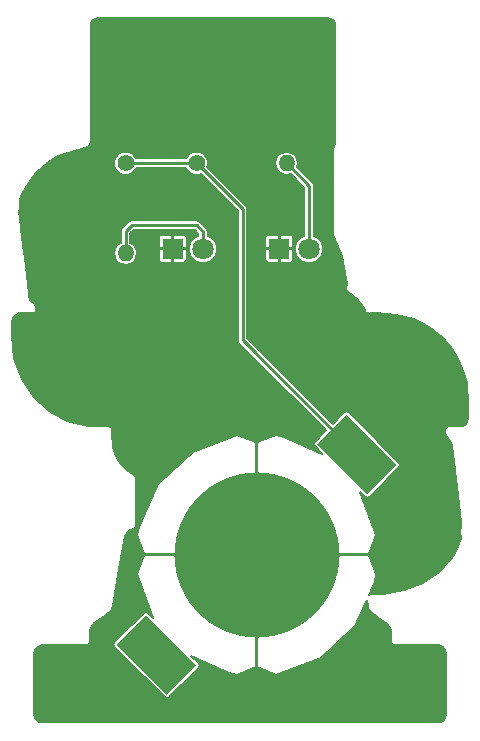
<source format=gbl>
G04 #@! TF.FileFunction,Copper,L2,Bot,Signal*
%FSLAX46Y46*%
G04 Gerber Fmt 4.6, Leading zero omitted, Abs format (unit mm)*
G04 Created by KiCad (PCBNEW 4.0.7) date 09/06/18 00:21:24*
%MOMM*%
%LPD*%
G01*
G04 APERTURE LIST*
%ADD10C,0.100000*%
%ADD11C,14.000000*%
%ADD12R,1.800000X1.800000*%
%ADD13C,1.800000*%
%ADD14C,1.400000*%
%ADD15O,1.400000X1.400000*%
%ADD16C,0.250000*%
%ADD17C,0.152400*%
G04 APERTURE END LIST*
D10*
G36*
X161998602Y-102244038D02*
X157755962Y-98001398D01*
X160230836Y-95526524D01*
X164473476Y-99769164D01*
X161998602Y-102244038D01*
X161998602Y-102244038D01*
G37*
D11*
X169600000Y-90400000D03*
D10*
G36*
X178969164Y-85273476D02*
X174726524Y-81030836D01*
X177201398Y-78555962D01*
X181444038Y-82798602D01*
X178969164Y-85273476D01*
X178969164Y-85273476D01*
G37*
D12*
X162500000Y-64500000D03*
D13*
X165040000Y-64500000D03*
D12*
X171500000Y-64500000D03*
D13*
X174040000Y-64500000D03*
D14*
X158500000Y-57250000D03*
D15*
X158500000Y-64870000D03*
D14*
X164500000Y-57250000D03*
D15*
X172120000Y-57250000D03*
D16*
X178085281Y-81914719D02*
X168400000Y-72229438D01*
X168400000Y-61150000D02*
X164500000Y-57250000D01*
X168400000Y-72229438D02*
X168400000Y-61150000D01*
X158500000Y-57250000D02*
X164500000Y-57250000D01*
X174250000Y-94750000D02*
X169000000Y-94750000D01*
X165040000Y-64500000D02*
X165040000Y-63040000D01*
X158500000Y-63000000D02*
X158500000Y-64870000D01*
X159000000Y-62500000D02*
X158500000Y-63000000D01*
X164500000Y-62500000D02*
X159000000Y-62500000D01*
X165040000Y-63040000D02*
X164500000Y-62500000D01*
X174040000Y-64500000D02*
X174040000Y-59170000D01*
X174040000Y-59170000D02*
X172120000Y-57250000D01*
D17*
G36*
X175559098Y-44958920D02*
X175849955Y-45017658D01*
X176058796Y-45158469D01*
X176199608Y-45367312D01*
X176258349Y-45658155D01*
X176258349Y-55501756D01*
X176042908Y-56088226D01*
X176033961Y-56145220D01*
X176022705Y-56201810D01*
X176022705Y-63172145D01*
X176023060Y-63173928D01*
X176022724Y-63175717D01*
X176035586Y-63236903D01*
X176047779Y-63298201D01*
X176048790Y-63299714D01*
X176049164Y-63301494D01*
X176808405Y-65079672D01*
X177180279Y-67012416D01*
X177217207Y-67481418D01*
X177180549Y-67815589D01*
X177184059Y-67855787D01*
X177181612Y-67896063D01*
X177189597Y-67919223D01*
X177191728Y-67943628D01*
X177210353Y-67979422D01*
X177223506Y-68017569D01*
X177239747Y-68035911D01*
X177251055Y-68057642D01*
X177281960Y-68083584D01*
X177308710Y-68113794D01*
X178093746Y-68710237D01*
X178652632Y-69481031D01*
X178764316Y-69767676D01*
X178771312Y-69778642D01*
X178774571Y-69791237D01*
X178805663Y-69832486D01*
X178833443Y-69876029D01*
X178844104Y-69883484D01*
X178851934Y-69893871D01*
X178896440Y-69920079D01*
X178938773Y-69949680D01*
X178951475Y-69952487D01*
X178962684Y-69959088D01*
X179013830Y-69966269D01*
X179064269Y-69977417D01*
X179077080Y-69975149D01*
X179089961Y-69976958D01*
X179149536Y-69973567D01*
X179706852Y-69973567D01*
X181422392Y-70095775D01*
X182894260Y-70463969D01*
X184169785Y-71092390D01*
X185293457Y-72005398D01*
X186018663Y-72850520D01*
X186616926Y-73796343D01*
X187076569Y-74822518D01*
X187385723Y-75900135D01*
X187493056Y-77668945D01*
X187494689Y-78822495D01*
X187437446Y-79110703D01*
X187299333Y-79318687D01*
X187093823Y-79460420D01*
X186806657Y-79522690D01*
X185851581Y-79538205D01*
X185843559Y-79538205D01*
X185717503Y-79563279D01*
X185610638Y-79634684D01*
X185539233Y-79741549D01*
X185514159Y-79867605D01*
X185514159Y-80023098D01*
X185521763Y-80061325D01*
X185523326Y-80100268D01*
X185534183Y-80123766D01*
X185539233Y-80149154D01*
X185560886Y-80181560D01*
X185577234Y-80216942D01*
X185747344Y-80450659D01*
X186063739Y-80967912D01*
X186097513Y-81153783D01*
X186515608Y-84687805D01*
X186780387Y-86968454D01*
X186866963Y-87723792D01*
X186891431Y-87941763D01*
X186898013Y-88004692D01*
X186899724Y-88023810D01*
X186901850Y-88068437D01*
X186825281Y-88403288D01*
X186823869Y-88452908D01*
X186817980Y-88502199D01*
X186861309Y-89060572D01*
X186847133Y-89119484D01*
X186531437Y-89906706D01*
X186107136Y-90671763D01*
X185042095Y-91879477D01*
X183678635Y-92799011D01*
X182082502Y-93411082D01*
X180311489Y-93691118D01*
X179842860Y-93726586D01*
X179672924Y-93737673D01*
X179658511Y-93741530D01*
X179640105Y-93740679D01*
X179503294Y-93761375D01*
X179223166Y-93758692D01*
X179192944Y-93764403D01*
X179162196Y-93763791D01*
X179134806Y-93774502D01*
X179601480Y-92748900D01*
X179739048Y-92057301D01*
X179104418Y-90450800D01*
X169650800Y-90450800D01*
X169650800Y-99904418D01*
X171257301Y-100539048D01*
X175011192Y-99133037D01*
X177941278Y-96397501D01*
X178915457Y-94256563D01*
X178998144Y-94720358D01*
X178999018Y-94722593D01*
X178999003Y-94723360D01*
X179037095Y-94936757D01*
X179043779Y-94981386D01*
X179064990Y-95040406D01*
X179085641Y-95099635D01*
X179086706Y-95100830D01*
X179087248Y-95102337D01*
X179129457Y-95148775D01*
X179171177Y-95195565D01*
X179906213Y-95750027D01*
X179906388Y-95750111D01*
X179906517Y-95750256D01*
X180635216Y-96298617D01*
X180853257Y-96560529D01*
X180931452Y-96892217D01*
X180931452Y-97738353D01*
X180956526Y-97864409D01*
X181027931Y-97971274D01*
X181134796Y-98042679D01*
X181260852Y-98067753D01*
X184923892Y-98067753D01*
X185214737Y-98126489D01*
X185423577Y-98267301D01*
X185564391Y-98476149D01*
X185623131Y-98767002D01*
X185623131Y-103897993D01*
X185564392Y-104188826D01*
X185423579Y-104397665D01*
X185214731Y-104538480D01*
X184923889Y-104597227D01*
X151478024Y-104597227D01*
X151187181Y-104538480D01*
X150978333Y-104397664D01*
X150837522Y-104188827D01*
X150778784Y-103897994D01*
X150778784Y-98767002D01*
X150837524Y-98476149D01*
X150978337Y-98267300D01*
X151187176Y-98126489D01*
X151478021Y-98067753D01*
X155141450Y-98067753D01*
X155267506Y-98042679D01*
X155335176Y-97997463D01*
X157471116Y-97997463D01*
X157492027Y-98108594D01*
X157554526Y-98202834D01*
X161797166Y-102445474D01*
X161884156Y-102504911D01*
X161994667Y-102528884D01*
X162105798Y-102507973D01*
X162200038Y-102445474D01*
X164674912Y-99970600D01*
X164734349Y-99883610D01*
X164758322Y-99773099D01*
X164737411Y-99661968D01*
X164674912Y-99567728D01*
X164053827Y-98946643D01*
X167251100Y-100401480D01*
X167942699Y-100539048D01*
X169549200Y-99904418D01*
X169549200Y-90522645D01*
X169585859Y-90485986D01*
X169514014Y-90414141D01*
X169477355Y-90450800D01*
X160095582Y-90450800D01*
X159460952Y-92057301D01*
X160836175Y-95728991D01*
X160432272Y-95325088D01*
X160345282Y-95265651D01*
X160234771Y-95241678D01*
X160123640Y-95262589D01*
X160029400Y-95325088D01*
X157554526Y-97799962D01*
X157495089Y-97886952D01*
X157471116Y-97997463D01*
X155335176Y-97997463D01*
X155374371Y-97971274D01*
X155445776Y-97864409D01*
X155470850Y-97738353D01*
X155470850Y-96892218D01*
X155549044Y-96560527D01*
X155767083Y-96298617D01*
X156495781Y-95750256D01*
X156495929Y-95750090D01*
X156496132Y-95749992D01*
X157231938Y-95194746D01*
X157232752Y-95193833D01*
X157233851Y-95193292D01*
X157275498Y-95145876D01*
X157317457Y-95098802D01*
X157317860Y-95097646D01*
X157318667Y-95096727D01*
X157338979Y-95037039D01*
X157359749Y-94977434D01*
X157359679Y-94976212D01*
X157360073Y-94975053D01*
X157365310Y-94935504D01*
X157402949Y-94722704D01*
X157954999Y-91630983D01*
X158458969Y-88816482D01*
X158499884Y-88742699D01*
X159460952Y-88742699D01*
X160095582Y-90349200D01*
X169549200Y-90349200D01*
X169549200Y-80895582D01*
X167942699Y-80260952D01*
X164188808Y-81666963D01*
X161258722Y-84402499D01*
X159598520Y-88051100D01*
X159460952Y-88742699D01*
X158499884Y-88742699D01*
X158689199Y-88401312D01*
X159175071Y-88190961D01*
X159225823Y-88155871D01*
X159277121Y-88121595D01*
X159278600Y-88119381D01*
X159280789Y-88117868D01*
X159314247Y-88066032D01*
X159348526Y-88014730D01*
X159349045Y-88012120D01*
X159350489Y-88009883D01*
X159361562Y-87949193D01*
X159373600Y-87888674D01*
X159373600Y-84072613D01*
X159382687Y-83951706D01*
X159377174Y-83906495D01*
X159376920Y-83860954D01*
X159369459Y-83843221D01*
X159367130Y-83824125D01*
X159344738Y-83784470D01*
X159327074Y-83742489D01*
X159313394Y-83728961D01*
X159303935Y-83712209D01*
X159268070Y-83684140D01*
X159235687Y-83652116D01*
X158573328Y-83214868D01*
X158053940Y-82672842D01*
X157668350Y-82025807D01*
X157436445Y-81288791D01*
X157400551Y-80902230D01*
X157381361Y-80324752D01*
X157376413Y-79846429D01*
X157363904Y-79786774D01*
X157352603Y-79726831D01*
X157350737Y-79723977D01*
X157350037Y-79720639D01*
X157315643Y-79670300D01*
X157282271Y-79619257D01*
X157279454Y-79617333D01*
X157277530Y-79614518D01*
X157226486Y-79581170D01*
X157176125Y-79546786D01*
X157172787Y-79546087D01*
X157169932Y-79544222D01*
X157110024Y-79532949D01*
X157050326Y-79520452D01*
X156563611Y-79515583D01*
X155315311Y-79459439D01*
X153575896Y-79070066D01*
X152036254Y-78260931D01*
X150731546Y-77069234D01*
X149714784Y-75534838D01*
X149088740Y-73816187D01*
X148907503Y-71772310D01*
X148907503Y-70672824D01*
X148965025Y-70384818D01*
X149103246Y-70177096D01*
X149308794Y-70035554D01*
X149595851Y-69973389D01*
X150581747Y-69957812D01*
X150620714Y-69957540D01*
X150682537Y-69944794D01*
X150744472Y-69932474D01*
X150745446Y-69931823D01*
X150746592Y-69931587D01*
X150798852Y-69896138D01*
X150851337Y-69861069D01*
X150851987Y-69860096D01*
X150852956Y-69859439D01*
X150887673Y-69806688D01*
X150922742Y-69754204D01*
X150922970Y-69753056D01*
X150923614Y-69752078D01*
X150935499Y-69690068D01*
X150947816Y-69628148D01*
X150947816Y-69478742D01*
X150944626Y-69462703D01*
X150946031Y-69448549D01*
X150938175Y-69422579D01*
X150935757Y-69390428D01*
X150926672Y-69372444D01*
X150922742Y-69352686D01*
X150912310Y-69337074D01*
X150908818Y-69325529D01*
X150854142Y-69223045D01*
X150844647Y-69211457D01*
X150839038Y-69197563D01*
X150804198Y-69162091D01*
X150772684Y-69123629D01*
X150759475Y-69116555D01*
X150748978Y-69105868D01*
X150546943Y-68968227D01*
X150416859Y-68799835D01*
X150316342Y-68396987D01*
X150312868Y-68389624D01*
X150297533Y-68252602D01*
X150297412Y-68252221D01*
X150297445Y-68251822D01*
X150210813Y-67494072D01*
X150210741Y-67493846D01*
X150210760Y-67493608D01*
X149944699Y-65195309D01*
X149944644Y-65195138D01*
X149944658Y-65194961D01*
X149904447Y-64850812D01*
X157520600Y-64850812D01*
X157520600Y-64889188D01*
X157595152Y-65263988D01*
X157807460Y-65581728D01*
X158125200Y-65794036D01*
X158500000Y-65868588D01*
X158874800Y-65794036D01*
X159192540Y-65581728D01*
X159404848Y-65263988D01*
X159479400Y-64889188D01*
X159479400Y-64850812D01*
X159433460Y-64619850D01*
X161323800Y-64619850D01*
X161323800Y-65454939D01*
X161365849Y-65556454D01*
X161443545Y-65634151D01*
X161545060Y-65676200D01*
X162380150Y-65676200D01*
X162449200Y-65607150D01*
X162449200Y-64550800D01*
X162550800Y-64550800D01*
X162550800Y-65607150D01*
X162619850Y-65676200D01*
X163454940Y-65676200D01*
X163556455Y-65634151D01*
X163634151Y-65556454D01*
X163676200Y-65454939D01*
X163676200Y-64619850D01*
X163607150Y-64550800D01*
X162550800Y-64550800D01*
X162449200Y-64550800D01*
X161392850Y-64550800D01*
X161323800Y-64619850D01*
X159433460Y-64619850D01*
X159404848Y-64476012D01*
X159192540Y-64158272D01*
X158904400Y-63965742D01*
X158904400Y-63545061D01*
X161323800Y-63545061D01*
X161323800Y-64380150D01*
X161392850Y-64449200D01*
X162449200Y-64449200D01*
X162449200Y-63392850D01*
X162550800Y-63392850D01*
X162550800Y-64449200D01*
X163607150Y-64449200D01*
X163676200Y-64380150D01*
X163676200Y-63545061D01*
X163634151Y-63443546D01*
X163556455Y-63365849D01*
X163454940Y-63323800D01*
X162619850Y-63323800D01*
X162550800Y-63392850D01*
X162449200Y-63392850D01*
X162380150Y-63323800D01*
X161545060Y-63323800D01*
X161443545Y-63365849D01*
X161365849Y-63443546D01*
X161323800Y-63545061D01*
X158904400Y-63545061D01*
X158904400Y-63167508D01*
X159167508Y-62904400D01*
X164332492Y-62904400D01*
X164635600Y-63207508D01*
X164635600Y-63390982D01*
X164372796Y-63499570D01*
X164040736Y-63831051D01*
X163860805Y-64264374D01*
X163860396Y-64733568D01*
X164039570Y-65167204D01*
X164371051Y-65499264D01*
X164804374Y-65679195D01*
X165273568Y-65679604D01*
X165707204Y-65500430D01*
X166039264Y-65168949D01*
X166219195Y-64735626D01*
X166219604Y-64266432D01*
X166040430Y-63832796D01*
X165708949Y-63500736D01*
X165444400Y-63390886D01*
X165444400Y-63040000D01*
X165413617Y-62885243D01*
X165413617Y-62885242D01*
X165325954Y-62754046D01*
X164785954Y-62214046D01*
X164654757Y-62126383D01*
X164500000Y-62095600D01*
X159000000Y-62095600D01*
X158845243Y-62126383D01*
X158714046Y-62214046D01*
X158214046Y-62714046D01*
X158126383Y-62845243D01*
X158095600Y-63000000D01*
X158095600Y-63965742D01*
X157807460Y-64158272D01*
X157595152Y-64476012D01*
X157520600Y-64850812D01*
X149904447Y-64850812D01*
X149671666Y-62858564D01*
X149671556Y-62858224D01*
X149671584Y-62857865D01*
X149534896Y-61709306D01*
X149533635Y-61705433D01*
X149533853Y-61701369D01*
X149503800Y-61492279D01*
X149558793Y-61027649D01*
X149557293Y-61008588D01*
X149561075Y-60989847D01*
X149562837Y-60356392D01*
X149677709Y-60049962D01*
X150196980Y-58996512D01*
X150897056Y-58079266D01*
X151605229Y-57443960D01*
X157520430Y-57443960D01*
X157669221Y-57804061D01*
X157944490Y-58079811D01*
X158304331Y-58229230D01*
X158693960Y-58229570D01*
X159054061Y-58080779D01*
X159329811Y-57805510D01*
X159392557Y-57654400D01*
X163607382Y-57654400D01*
X163669221Y-57804061D01*
X163944490Y-58079811D01*
X164304331Y-58229230D01*
X164693960Y-58229570D01*
X164845179Y-58167087D01*
X167995600Y-61317508D01*
X167995600Y-72229438D01*
X168026383Y-72384195D01*
X168114046Y-72515392D01*
X175476571Y-79877917D01*
X174525088Y-80829400D01*
X174465651Y-80916390D01*
X174441678Y-81026901D01*
X174462589Y-81138032D01*
X174525088Y-81232272D01*
X175146173Y-81853357D01*
X171948900Y-80398520D01*
X171257301Y-80260952D01*
X169650800Y-80895582D01*
X169650800Y-90277355D01*
X169614141Y-90314014D01*
X169685986Y-90385859D01*
X169722645Y-90349200D01*
X179104418Y-90349200D01*
X179739048Y-88742699D01*
X178363825Y-85071009D01*
X178767728Y-85474912D01*
X178854718Y-85534349D01*
X178965229Y-85558322D01*
X179076360Y-85537411D01*
X179170600Y-85474912D01*
X181645474Y-83000038D01*
X181704911Y-82913048D01*
X181728884Y-82802537D01*
X181707973Y-82691406D01*
X181645474Y-82597166D01*
X177402834Y-78354526D01*
X177315844Y-78295089D01*
X177205333Y-78271116D01*
X177094202Y-78292027D01*
X176999962Y-78354526D01*
X176048479Y-79306009D01*
X168804400Y-72061930D01*
X168804400Y-64619850D01*
X170323800Y-64619850D01*
X170323800Y-65454939D01*
X170365849Y-65556454D01*
X170443545Y-65634151D01*
X170545060Y-65676200D01*
X171380150Y-65676200D01*
X171449200Y-65607150D01*
X171449200Y-64550800D01*
X171550800Y-64550800D01*
X171550800Y-65607150D01*
X171619850Y-65676200D01*
X172454940Y-65676200D01*
X172556455Y-65634151D01*
X172634151Y-65556454D01*
X172676200Y-65454939D01*
X172676200Y-64619850D01*
X172607150Y-64550800D01*
X171550800Y-64550800D01*
X171449200Y-64550800D01*
X170392850Y-64550800D01*
X170323800Y-64619850D01*
X168804400Y-64619850D01*
X168804400Y-63545061D01*
X170323800Y-63545061D01*
X170323800Y-64380150D01*
X170392850Y-64449200D01*
X171449200Y-64449200D01*
X171449200Y-63392850D01*
X171550800Y-63392850D01*
X171550800Y-64449200D01*
X172607150Y-64449200D01*
X172676200Y-64380150D01*
X172676200Y-63545061D01*
X172634151Y-63443546D01*
X172556455Y-63365849D01*
X172454940Y-63323800D01*
X171619850Y-63323800D01*
X171550800Y-63392850D01*
X171449200Y-63392850D01*
X171380150Y-63323800D01*
X170545060Y-63323800D01*
X170443545Y-63365849D01*
X170365849Y-63443546D01*
X170323800Y-63545061D01*
X168804400Y-63545061D01*
X168804400Y-61150000D01*
X168773617Y-60995243D01*
X168685954Y-60864046D01*
X165417130Y-57595222D01*
X165479230Y-57445669D01*
X165479400Y-57250000D01*
X171121412Y-57250000D01*
X171195964Y-57624800D01*
X171408272Y-57942540D01*
X171726012Y-58154848D01*
X172100812Y-58229400D01*
X172139188Y-58229400D01*
X172463068Y-58164976D01*
X173635600Y-59337508D01*
X173635600Y-63390982D01*
X173372796Y-63499570D01*
X173040736Y-63831051D01*
X172860805Y-64264374D01*
X172860396Y-64733568D01*
X173039570Y-65167204D01*
X173371051Y-65499264D01*
X173804374Y-65679195D01*
X174273568Y-65679604D01*
X174707204Y-65500430D01*
X175039264Y-65168949D01*
X175219195Y-64735626D01*
X175219604Y-64266432D01*
X175040430Y-63832796D01*
X174708949Y-63500736D01*
X174444400Y-63390886D01*
X174444400Y-59170000D01*
X174413617Y-59015243D01*
X174325954Y-58884046D01*
X173047798Y-57605890D01*
X173118588Y-57250000D01*
X173044036Y-56875200D01*
X172831728Y-56557460D01*
X172513988Y-56345152D01*
X172139188Y-56270600D01*
X172100812Y-56270600D01*
X171726012Y-56345152D01*
X171408272Y-56557460D01*
X171195964Y-56875200D01*
X171121412Y-57250000D01*
X165479400Y-57250000D01*
X165479570Y-57056040D01*
X165330779Y-56695939D01*
X165055510Y-56420189D01*
X164695669Y-56270770D01*
X164306040Y-56270430D01*
X163945939Y-56419221D01*
X163670189Y-56694490D01*
X163607443Y-56845600D01*
X159392618Y-56845600D01*
X159330779Y-56695939D01*
X159055510Y-56420189D01*
X158695669Y-56270770D01*
X158306040Y-56270430D01*
X157945939Y-56419221D01*
X157670189Y-56694490D01*
X157520770Y-57054331D01*
X157520430Y-57443960D01*
X151605229Y-57443960D01*
X151768553Y-57297442D01*
X152784778Y-56672561D01*
X155301554Y-55864998D01*
X155313532Y-55858348D01*
X155326968Y-55855675D01*
X155369352Y-55827355D01*
X155413921Y-55802609D01*
X155422442Y-55791881D01*
X155433833Y-55784270D01*
X155462153Y-55741887D01*
X155493860Y-55701968D01*
X155497627Y-55688795D01*
X155505238Y-55677405D01*
X155515182Y-55627412D01*
X155529200Y-55578397D01*
X155527639Y-55564785D01*
X155530312Y-55551349D01*
X155530312Y-45658021D01*
X155589052Y-45367172D01*
X155729864Y-45158329D01*
X155938707Y-45017518D01*
X156229559Y-44958780D01*
X165894167Y-44958048D01*
X175559098Y-44958920D01*
X175559098Y-44958920D01*
G37*
X175559098Y-44958920D02*
X175849955Y-45017658D01*
X176058796Y-45158469D01*
X176199608Y-45367312D01*
X176258349Y-45658155D01*
X176258349Y-55501756D01*
X176042908Y-56088226D01*
X176033961Y-56145220D01*
X176022705Y-56201810D01*
X176022705Y-63172145D01*
X176023060Y-63173928D01*
X176022724Y-63175717D01*
X176035586Y-63236903D01*
X176047779Y-63298201D01*
X176048790Y-63299714D01*
X176049164Y-63301494D01*
X176808405Y-65079672D01*
X177180279Y-67012416D01*
X177217207Y-67481418D01*
X177180549Y-67815589D01*
X177184059Y-67855787D01*
X177181612Y-67896063D01*
X177189597Y-67919223D01*
X177191728Y-67943628D01*
X177210353Y-67979422D01*
X177223506Y-68017569D01*
X177239747Y-68035911D01*
X177251055Y-68057642D01*
X177281960Y-68083584D01*
X177308710Y-68113794D01*
X178093746Y-68710237D01*
X178652632Y-69481031D01*
X178764316Y-69767676D01*
X178771312Y-69778642D01*
X178774571Y-69791237D01*
X178805663Y-69832486D01*
X178833443Y-69876029D01*
X178844104Y-69883484D01*
X178851934Y-69893871D01*
X178896440Y-69920079D01*
X178938773Y-69949680D01*
X178951475Y-69952487D01*
X178962684Y-69959088D01*
X179013830Y-69966269D01*
X179064269Y-69977417D01*
X179077080Y-69975149D01*
X179089961Y-69976958D01*
X179149536Y-69973567D01*
X179706852Y-69973567D01*
X181422392Y-70095775D01*
X182894260Y-70463969D01*
X184169785Y-71092390D01*
X185293457Y-72005398D01*
X186018663Y-72850520D01*
X186616926Y-73796343D01*
X187076569Y-74822518D01*
X187385723Y-75900135D01*
X187493056Y-77668945D01*
X187494689Y-78822495D01*
X187437446Y-79110703D01*
X187299333Y-79318687D01*
X187093823Y-79460420D01*
X186806657Y-79522690D01*
X185851581Y-79538205D01*
X185843559Y-79538205D01*
X185717503Y-79563279D01*
X185610638Y-79634684D01*
X185539233Y-79741549D01*
X185514159Y-79867605D01*
X185514159Y-80023098D01*
X185521763Y-80061325D01*
X185523326Y-80100268D01*
X185534183Y-80123766D01*
X185539233Y-80149154D01*
X185560886Y-80181560D01*
X185577234Y-80216942D01*
X185747344Y-80450659D01*
X186063739Y-80967912D01*
X186097513Y-81153783D01*
X186515608Y-84687805D01*
X186780387Y-86968454D01*
X186866963Y-87723792D01*
X186891431Y-87941763D01*
X186898013Y-88004692D01*
X186899724Y-88023810D01*
X186901850Y-88068437D01*
X186825281Y-88403288D01*
X186823869Y-88452908D01*
X186817980Y-88502199D01*
X186861309Y-89060572D01*
X186847133Y-89119484D01*
X186531437Y-89906706D01*
X186107136Y-90671763D01*
X185042095Y-91879477D01*
X183678635Y-92799011D01*
X182082502Y-93411082D01*
X180311489Y-93691118D01*
X179842860Y-93726586D01*
X179672924Y-93737673D01*
X179658511Y-93741530D01*
X179640105Y-93740679D01*
X179503294Y-93761375D01*
X179223166Y-93758692D01*
X179192944Y-93764403D01*
X179162196Y-93763791D01*
X179134806Y-93774502D01*
X179601480Y-92748900D01*
X179739048Y-92057301D01*
X179104418Y-90450800D01*
X169650800Y-90450800D01*
X169650800Y-99904418D01*
X171257301Y-100539048D01*
X175011192Y-99133037D01*
X177941278Y-96397501D01*
X178915457Y-94256563D01*
X178998144Y-94720358D01*
X178999018Y-94722593D01*
X178999003Y-94723360D01*
X179037095Y-94936757D01*
X179043779Y-94981386D01*
X179064990Y-95040406D01*
X179085641Y-95099635D01*
X179086706Y-95100830D01*
X179087248Y-95102337D01*
X179129457Y-95148775D01*
X179171177Y-95195565D01*
X179906213Y-95750027D01*
X179906388Y-95750111D01*
X179906517Y-95750256D01*
X180635216Y-96298617D01*
X180853257Y-96560529D01*
X180931452Y-96892217D01*
X180931452Y-97738353D01*
X180956526Y-97864409D01*
X181027931Y-97971274D01*
X181134796Y-98042679D01*
X181260852Y-98067753D01*
X184923892Y-98067753D01*
X185214737Y-98126489D01*
X185423577Y-98267301D01*
X185564391Y-98476149D01*
X185623131Y-98767002D01*
X185623131Y-103897993D01*
X185564392Y-104188826D01*
X185423579Y-104397665D01*
X185214731Y-104538480D01*
X184923889Y-104597227D01*
X151478024Y-104597227D01*
X151187181Y-104538480D01*
X150978333Y-104397664D01*
X150837522Y-104188827D01*
X150778784Y-103897994D01*
X150778784Y-98767002D01*
X150837524Y-98476149D01*
X150978337Y-98267300D01*
X151187176Y-98126489D01*
X151478021Y-98067753D01*
X155141450Y-98067753D01*
X155267506Y-98042679D01*
X155335176Y-97997463D01*
X157471116Y-97997463D01*
X157492027Y-98108594D01*
X157554526Y-98202834D01*
X161797166Y-102445474D01*
X161884156Y-102504911D01*
X161994667Y-102528884D01*
X162105798Y-102507973D01*
X162200038Y-102445474D01*
X164674912Y-99970600D01*
X164734349Y-99883610D01*
X164758322Y-99773099D01*
X164737411Y-99661968D01*
X164674912Y-99567728D01*
X164053827Y-98946643D01*
X167251100Y-100401480D01*
X167942699Y-100539048D01*
X169549200Y-99904418D01*
X169549200Y-90522645D01*
X169585859Y-90485986D01*
X169514014Y-90414141D01*
X169477355Y-90450800D01*
X160095582Y-90450800D01*
X159460952Y-92057301D01*
X160836175Y-95728991D01*
X160432272Y-95325088D01*
X160345282Y-95265651D01*
X160234771Y-95241678D01*
X160123640Y-95262589D01*
X160029400Y-95325088D01*
X157554526Y-97799962D01*
X157495089Y-97886952D01*
X157471116Y-97997463D01*
X155335176Y-97997463D01*
X155374371Y-97971274D01*
X155445776Y-97864409D01*
X155470850Y-97738353D01*
X155470850Y-96892218D01*
X155549044Y-96560527D01*
X155767083Y-96298617D01*
X156495781Y-95750256D01*
X156495929Y-95750090D01*
X156496132Y-95749992D01*
X157231938Y-95194746D01*
X157232752Y-95193833D01*
X157233851Y-95193292D01*
X157275498Y-95145876D01*
X157317457Y-95098802D01*
X157317860Y-95097646D01*
X157318667Y-95096727D01*
X157338979Y-95037039D01*
X157359749Y-94977434D01*
X157359679Y-94976212D01*
X157360073Y-94975053D01*
X157365310Y-94935504D01*
X157402949Y-94722704D01*
X157954999Y-91630983D01*
X158458969Y-88816482D01*
X158499884Y-88742699D01*
X159460952Y-88742699D01*
X160095582Y-90349200D01*
X169549200Y-90349200D01*
X169549200Y-80895582D01*
X167942699Y-80260952D01*
X164188808Y-81666963D01*
X161258722Y-84402499D01*
X159598520Y-88051100D01*
X159460952Y-88742699D01*
X158499884Y-88742699D01*
X158689199Y-88401312D01*
X159175071Y-88190961D01*
X159225823Y-88155871D01*
X159277121Y-88121595D01*
X159278600Y-88119381D01*
X159280789Y-88117868D01*
X159314247Y-88066032D01*
X159348526Y-88014730D01*
X159349045Y-88012120D01*
X159350489Y-88009883D01*
X159361562Y-87949193D01*
X159373600Y-87888674D01*
X159373600Y-84072613D01*
X159382687Y-83951706D01*
X159377174Y-83906495D01*
X159376920Y-83860954D01*
X159369459Y-83843221D01*
X159367130Y-83824125D01*
X159344738Y-83784470D01*
X159327074Y-83742489D01*
X159313394Y-83728961D01*
X159303935Y-83712209D01*
X159268070Y-83684140D01*
X159235687Y-83652116D01*
X158573328Y-83214868D01*
X158053940Y-82672842D01*
X157668350Y-82025807D01*
X157436445Y-81288791D01*
X157400551Y-80902230D01*
X157381361Y-80324752D01*
X157376413Y-79846429D01*
X157363904Y-79786774D01*
X157352603Y-79726831D01*
X157350737Y-79723977D01*
X157350037Y-79720639D01*
X157315643Y-79670300D01*
X157282271Y-79619257D01*
X157279454Y-79617333D01*
X157277530Y-79614518D01*
X157226486Y-79581170D01*
X157176125Y-79546786D01*
X157172787Y-79546087D01*
X157169932Y-79544222D01*
X157110024Y-79532949D01*
X157050326Y-79520452D01*
X156563611Y-79515583D01*
X155315311Y-79459439D01*
X153575896Y-79070066D01*
X152036254Y-78260931D01*
X150731546Y-77069234D01*
X149714784Y-75534838D01*
X149088740Y-73816187D01*
X148907503Y-71772310D01*
X148907503Y-70672824D01*
X148965025Y-70384818D01*
X149103246Y-70177096D01*
X149308794Y-70035554D01*
X149595851Y-69973389D01*
X150581747Y-69957812D01*
X150620714Y-69957540D01*
X150682537Y-69944794D01*
X150744472Y-69932474D01*
X150745446Y-69931823D01*
X150746592Y-69931587D01*
X150798852Y-69896138D01*
X150851337Y-69861069D01*
X150851987Y-69860096D01*
X150852956Y-69859439D01*
X150887673Y-69806688D01*
X150922742Y-69754204D01*
X150922970Y-69753056D01*
X150923614Y-69752078D01*
X150935499Y-69690068D01*
X150947816Y-69628148D01*
X150947816Y-69478742D01*
X150944626Y-69462703D01*
X150946031Y-69448549D01*
X150938175Y-69422579D01*
X150935757Y-69390428D01*
X150926672Y-69372444D01*
X150922742Y-69352686D01*
X150912310Y-69337074D01*
X150908818Y-69325529D01*
X150854142Y-69223045D01*
X150844647Y-69211457D01*
X150839038Y-69197563D01*
X150804198Y-69162091D01*
X150772684Y-69123629D01*
X150759475Y-69116555D01*
X150748978Y-69105868D01*
X150546943Y-68968227D01*
X150416859Y-68799835D01*
X150316342Y-68396987D01*
X150312868Y-68389624D01*
X150297533Y-68252602D01*
X150297412Y-68252221D01*
X150297445Y-68251822D01*
X150210813Y-67494072D01*
X150210741Y-67493846D01*
X150210760Y-67493608D01*
X149944699Y-65195309D01*
X149944644Y-65195138D01*
X149944658Y-65194961D01*
X149904447Y-64850812D01*
X157520600Y-64850812D01*
X157520600Y-64889188D01*
X157595152Y-65263988D01*
X157807460Y-65581728D01*
X158125200Y-65794036D01*
X158500000Y-65868588D01*
X158874800Y-65794036D01*
X159192540Y-65581728D01*
X159404848Y-65263988D01*
X159479400Y-64889188D01*
X159479400Y-64850812D01*
X159433460Y-64619850D01*
X161323800Y-64619850D01*
X161323800Y-65454939D01*
X161365849Y-65556454D01*
X161443545Y-65634151D01*
X161545060Y-65676200D01*
X162380150Y-65676200D01*
X162449200Y-65607150D01*
X162449200Y-64550800D01*
X162550800Y-64550800D01*
X162550800Y-65607150D01*
X162619850Y-65676200D01*
X163454940Y-65676200D01*
X163556455Y-65634151D01*
X163634151Y-65556454D01*
X163676200Y-65454939D01*
X163676200Y-64619850D01*
X163607150Y-64550800D01*
X162550800Y-64550800D01*
X162449200Y-64550800D01*
X161392850Y-64550800D01*
X161323800Y-64619850D01*
X159433460Y-64619850D01*
X159404848Y-64476012D01*
X159192540Y-64158272D01*
X158904400Y-63965742D01*
X158904400Y-63545061D01*
X161323800Y-63545061D01*
X161323800Y-64380150D01*
X161392850Y-64449200D01*
X162449200Y-64449200D01*
X162449200Y-63392850D01*
X162550800Y-63392850D01*
X162550800Y-64449200D01*
X163607150Y-64449200D01*
X163676200Y-64380150D01*
X163676200Y-63545061D01*
X163634151Y-63443546D01*
X163556455Y-63365849D01*
X163454940Y-63323800D01*
X162619850Y-63323800D01*
X162550800Y-63392850D01*
X162449200Y-63392850D01*
X162380150Y-63323800D01*
X161545060Y-63323800D01*
X161443545Y-63365849D01*
X161365849Y-63443546D01*
X161323800Y-63545061D01*
X158904400Y-63545061D01*
X158904400Y-63167508D01*
X159167508Y-62904400D01*
X164332492Y-62904400D01*
X164635600Y-63207508D01*
X164635600Y-63390982D01*
X164372796Y-63499570D01*
X164040736Y-63831051D01*
X163860805Y-64264374D01*
X163860396Y-64733568D01*
X164039570Y-65167204D01*
X164371051Y-65499264D01*
X164804374Y-65679195D01*
X165273568Y-65679604D01*
X165707204Y-65500430D01*
X166039264Y-65168949D01*
X166219195Y-64735626D01*
X166219604Y-64266432D01*
X166040430Y-63832796D01*
X165708949Y-63500736D01*
X165444400Y-63390886D01*
X165444400Y-63040000D01*
X165413617Y-62885243D01*
X165413617Y-62885242D01*
X165325954Y-62754046D01*
X164785954Y-62214046D01*
X164654757Y-62126383D01*
X164500000Y-62095600D01*
X159000000Y-62095600D01*
X158845243Y-62126383D01*
X158714046Y-62214046D01*
X158214046Y-62714046D01*
X158126383Y-62845243D01*
X158095600Y-63000000D01*
X158095600Y-63965742D01*
X157807460Y-64158272D01*
X157595152Y-64476012D01*
X157520600Y-64850812D01*
X149904447Y-64850812D01*
X149671666Y-62858564D01*
X149671556Y-62858224D01*
X149671584Y-62857865D01*
X149534896Y-61709306D01*
X149533635Y-61705433D01*
X149533853Y-61701369D01*
X149503800Y-61492279D01*
X149558793Y-61027649D01*
X149557293Y-61008588D01*
X149561075Y-60989847D01*
X149562837Y-60356392D01*
X149677709Y-60049962D01*
X150196980Y-58996512D01*
X150897056Y-58079266D01*
X151605229Y-57443960D01*
X157520430Y-57443960D01*
X157669221Y-57804061D01*
X157944490Y-58079811D01*
X158304331Y-58229230D01*
X158693960Y-58229570D01*
X159054061Y-58080779D01*
X159329811Y-57805510D01*
X159392557Y-57654400D01*
X163607382Y-57654400D01*
X163669221Y-57804061D01*
X163944490Y-58079811D01*
X164304331Y-58229230D01*
X164693960Y-58229570D01*
X164845179Y-58167087D01*
X167995600Y-61317508D01*
X167995600Y-72229438D01*
X168026383Y-72384195D01*
X168114046Y-72515392D01*
X175476571Y-79877917D01*
X174525088Y-80829400D01*
X174465651Y-80916390D01*
X174441678Y-81026901D01*
X174462589Y-81138032D01*
X174525088Y-81232272D01*
X175146173Y-81853357D01*
X171948900Y-80398520D01*
X171257301Y-80260952D01*
X169650800Y-80895582D01*
X169650800Y-90277355D01*
X169614141Y-90314014D01*
X169685986Y-90385859D01*
X169722645Y-90349200D01*
X179104418Y-90349200D01*
X179739048Y-88742699D01*
X178363825Y-85071009D01*
X178767728Y-85474912D01*
X178854718Y-85534349D01*
X178965229Y-85558322D01*
X179076360Y-85537411D01*
X179170600Y-85474912D01*
X181645474Y-83000038D01*
X181704911Y-82913048D01*
X181728884Y-82802537D01*
X181707973Y-82691406D01*
X181645474Y-82597166D01*
X177402834Y-78354526D01*
X177315844Y-78295089D01*
X177205333Y-78271116D01*
X177094202Y-78292027D01*
X176999962Y-78354526D01*
X176048479Y-79306009D01*
X168804400Y-72061930D01*
X168804400Y-64619850D01*
X170323800Y-64619850D01*
X170323800Y-65454939D01*
X170365849Y-65556454D01*
X170443545Y-65634151D01*
X170545060Y-65676200D01*
X171380150Y-65676200D01*
X171449200Y-65607150D01*
X171449200Y-64550800D01*
X171550800Y-64550800D01*
X171550800Y-65607150D01*
X171619850Y-65676200D01*
X172454940Y-65676200D01*
X172556455Y-65634151D01*
X172634151Y-65556454D01*
X172676200Y-65454939D01*
X172676200Y-64619850D01*
X172607150Y-64550800D01*
X171550800Y-64550800D01*
X171449200Y-64550800D01*
X170392850Y-64550800D01*
X170323800Y-64619850D01*
X168804400Y-64619850D01*
X168804400Y-63545061D01*
X170323800Y-63545061D01*
X170323800Y-64380150D01*
X170392850Y-64449200D01*
X171449200Y-64449200D01*
X171449200Y-63392850D01*
X171550800Y-63392850D01*
X171550800Y-64449200D01*
X172607150Y-64449200D01*
X172676200Y-64380150D01*
X172676200Y-63545061D01*
X172634151Y-63443546D01*
X172556455Y-63365849D01*
X172454940Y-63323800D01*
X171619850Y-63323800D01*
X171550800Y-63392850D01*
X171449200Y-63392850D01*
X171380150Y-63323800D01*
X170545060Y-63323800D01*
X170443545Y-63365849D01*
X170365849Y-63443546D01*
X170323800Y-63545061D01*
X168804400Y-63545061D01*
X168804400Y-61150000D01*
X168773617Y-60995243D01*
X168685954Y-60864046D01*
X165417130Y-57595222D01*
X165479230Y-57445669D01*
X165479400Y-57250000D01*
X171121412Y-57250000D01*
X171195964Y-57624800D01*
X171408272Y-57942540D01*
X171726012Y-58154848D01*
X172100812Y-58229400D01*
X172139188Y-58229400D01*
X172463068Y-58164976D01*
X173635600Y-59337508D01*
X173635600Y-63390982D01*
X173372796Y-63499570D01*
X173040736Y-63831051D01*
X172860805Y-64264374D01*
X172860396Y-64733568D01*
X173039570Y-65167204D01*
X173371051Y-65499264D01*
X173804374Y-65679195D01*
X174273568Y-65679604D01*
X174707204Y-65500430D01*
X175039264Y-65168949D01*
X175219195Y-64735626D01*
X175219604Y-64266432D01*
X175040430Y-63832796D01*
X174708949Y-63500736D01*
X174444400Y-63390886D01*
X174444400Y-59170000D01*
X174413617Y-59015243D01*
X174325954Y-58884046D01*
X173047798Y-57605890D01*
X173118588Y-57250000D01*
X173044036Y-56875200D01*
X172831728Y-56557460D01*
X172513988Y-56345152D01*
X172139188Y-56270600D01*
X172100812Y-56270600D01*
X171726012Y-56345152D01*
X171408272Y-56557460D01*
X171195964Y-56875200D01*
X171121412Y-57250000D01*
X165479400Y-57250000D01*
X165479570Y-57056040D01*
X165330779Y-56695939D01*
X165055510Y-56420189D01*
X164695669Y-56270770D01*
X164306040Y-56270430D01*
X163945939Y-56419221D01*
X163670189Y-56694490D01*
X163607443Y-56845600D01*
X159392618Y-56845600D01*
X159330779Y-56695939D01*
X159055510Y-56420189D01*
X158695669Y-56270770D01*
X158306040Y-56270430D01*
X157945939Y-56419221D01*
X157670189Y-56694490D01*
X157520770Y-57054331D01*
X157520430Y-57443960D01*
X151605229Y-57443960D01*
X151768553Y-57297442D01*
X152784778Y-56672561D01*
X155301554Y-55864998D01*
X155313532Y-55858348D01*
X155326968Y-55855675D01*
X155369352Y-55827355D01*
X155413921Y-55802609D01*
X155422442Y-55791881D01*
X155433833Y-55784270D01*
X155462153Y-55741887D01*
X155493860Y-55701968D01*
X155497627Y-55688795D01*
X155505238Y-55677405D01*
X155515182Y-55627412D01*
X155529200Y-55578397D01*
X155527639Y-55564785D01*
X155530312Y-55551349D01*
X155530312Y-45658021D01*
X155589052Y-45367172D01*
X155729864Y-45158329D01*
X155938707Y-45017518D01*
X156229559Y-44958780D01*
X165894167Y-44958048D01*
X175559098Y-44958920D01*
M02*

</source>
